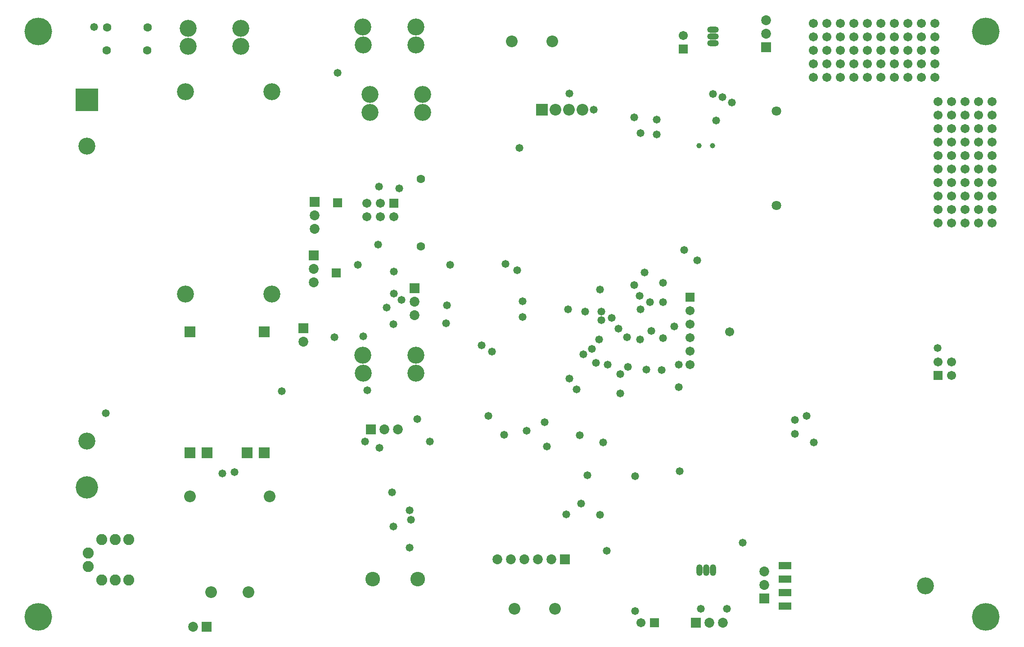
<source format=gbs>
%FSTAX23Y23*%
%MOIN*%
%SFA1B1*%

%IPPOS*%
%ADD106C,0.165480*%
%ADD114C,0.067055*%
%ADD115R,0.073000X0.073000*%
%ADD116C,0.073000*%
%ADD117R,0.067055X0.067055*%
%ADD118C,0.126110*%
%ADD119C,0.086740*%
%ADD120R,0.086740X0.086740*%
%ADD121O,0.086740X0.047370*%
%ADD122O,0.086740X0.047370*%
%ADD123C,0.082000*%
%ADD124R,0.165480X0.165480*%
%ADD125C,0.126110*%
%ADD126C,0.086740*%
%ADD127C,0.063118*%
%ADD128C,0.039496*%
%ADD129R,0.067055X0.067055*%
%ADD130C,0.108000*%
%ADD131R,0.078866X0.078866*%
%ADD132R,0.093000X0.055201*%
%ADD133R,0.073000X0.073000*%
%ADD134C,0.204850*%
%ADD135O,0.047370X0.086740*%
%ADD136O,0.047370X0.086740*%
%ADD137C,0.070992*%
%ADD138C,0.058000*%
%LNsolarpcb-1*%
%LPD*%
G54D106*
X0056Y01163D03*
G54D114*
X06865Y0312D03*
Y0322D03*
Y0332D03*
Y0342D03*
Y0352D03*
Y0362D03*
Y0372D03*
Y0382D03*
Y0392D03*
Y0402D03*
X06965D03*
Y0392D03*
Y0382D03*
Y0372D03*
Y0362D03*
Y0352D03*
Y0342D03*
Y0332D03*
Y0322D03*
Y0312D03*
X07065D03*
Y0322D03*
Y0332D03*
Y0342D03*
Y0352D03*
Y0362D03*
Y0372D03*
Y0382D03*
Y0392D03*
Y0402D03*
X07165D03*
Y0392D03*
Y0382D03*
Y0372D03*
Y0362D03*
Y0352D03*
Y0342D03*
Y0332D03*
Y0322D03*
Y0312D03*
X07265D03*
Y0322D03*
Y0332D03*
Y0342D03*
Y0352D03*
Y0362D03*
Y0372D03*
Y0382D03*
Y0392D03*
Y0402D03*
X05027Y0207D03*
Y0217D03*
Y0227D03*
Y0237D03*
Y0247D03*
X04976Y04512D03*
X06865Y0209D03*
X06965Y0199D03*
Y0209D03*
X02634Y03168D03*
Y03268D03*
X02734Y03168D03*
Y03268D03*
X02834Y03168D03*
X0532Y02315D03*
X0684Y042D03*
X0674D03*
X0664D03*
X0654D03*
X0644D03*
X0634D03*
X0624D03*
X0614D03*
X0604D03*
X0594D03*
Y043D03*
X0604D03*
X0614D03*
X0624D03*
X0634D03*
X0644D03*
X0654D03*
X0664D03*
X0674D03*
X0684D03*
Y044D03*
X0674D03*
X0664D03*
X0654D03*
X0644D03*
X0634D03*
X0624D03*
X0614D03*
X0604D03*
X0594D03*
Y045D03*
X0604D03*
X0614D03*
X0624D03*
X0634D03*
X0644D03*
X0654D03*
X0664D03*
X0674D03*
X0684D03*
Y046D03*
X0674D03*
X0664D03*
X0654D03*
X0644D03*
X0634D03*
X0624D03*
X0614D03*
X0604D03*
X0594D03*
X04663Y00157D03*
G54D115*
X04099Y00629D03*
X01447Y00129D03*
X05072Y00159D03*
X02664Y0159D03*
G54D116*
X03999Y00629D03*
X03899D03*
X03799D03*
X03699D03*
X03599D03*
X01347Y00129D03*
X05576Y00539D03*
Y00439D03*
X05272Y00159D03*
X05172D03*
X05592Y04626D03*
Y04526D03*
X02241Y02782D03*
Y02682D03*
X02246Y03177D03*
Y03077D03*
X02986Y02537D03*
Y02437D03*
X02764Y0159D03*
X02864D03*
X02165Y0224D03*
G54D117*
X05027Y0257D03*
X04976Y04412D03*
X02406Y02752D03*
G54D118*
X0129Y02594D03*
Y04094D03*
X0193Y02594D03*
Y04094D03*
X06769Y00431D03*
G54D119*
X04229Y0396D03*
X04129D03*
X04029D03*
G54D120*
X03929Y0396D03*
G54D121*
X05196Y04554D03*
G54D122*
X05196Y04504D03*
Y04454D03*
G54D123*
X0057Y00674D03*
Y00574D03*
X0067Y00474D03*
X0077D03*
X0087D03*
X0077Y00774D03*
X0087D03*
X0067D03*
G54D124*
X0056Y04034D03*
G54D125*
X0056Y03693D03*
Y01504D03*
X02657Y0394D03*
X03047D03*
X02656Y04074D03*
X03047D03*
X02606Y02007D03*
X02996D03*
X02605Y02141D03*
X02996D03*
Y04574D03*
X02605D03*
X02996Y0444D03*
X02606D03*
X017Y04566D03*
X0131D03*
X017Y04433D03*
X01311D03*
G54D126*
X01758Y00385D03*
X01482D03*
X01915Y01094D03*
X01325D03*
X03727Y00263D03*
X04027D03*
X03707Y04468D03*
X04007D03*
G54D127*
X00712Y0457D03*
X01012D03*
X03034Y03447D03*
Y02947D03*
X01008Y04401D03*
X00708D03*
G54D128*
X05193Y03696D03*
X05093D03*
G54D129*
X06865Y0199D03*
X02834Y03268D03*
X02418Y0327D03*
X04763Y00157D03*
G54D130*
X02677Y0048D03*
X03011D03*
G54D131*
X01451Y01417D03*
X01747D03*
X01323D03*
X01875D03*
X01323Y02315D03*
X01875D03*
G54D132*
X05729Y00581D03*
Y00481D03*
Y00381D03*
Y00281D03*
G54D133*
X05576Y00339D03*
X05592Y04426D03*
X02241Y02882D03*
X02246Y03277D03*
X02986Y02637D03*
X02165Y0234D03*
G54D134*
X07217Y002D03*
Y04542D03*
X002D03*
Y002D03*
G54D135*
X05196Y00548D03*
G54D136*
X05146Y00548D03*
X05096D03*
G54D137*
X05668Y03952D03*
Y03252D03*
G54D138*
X04705Y02035D03*
X04818Y02031D03*
X02005Y01875D03*
X01565Y01265D03*
X04135Y0408D03*
X0282Y01125D03*
X0365Y0155D03*
X03818Y01582D03*
X04559Y02275D03*
X02834Y02763D03*
X03251Y02811D03*
X03661Y02818D03*
X05196Y04078D03*
X0522Y03881D03*
X03228Y02511D03*
X0322Y02377D03*
X03748Y02771D03*
X04251Y02464D03*
X04653Y02582D03*
X04826Y02677D03*
X02874Y03377D03*
X02724Y03393D03*
X03763Y03677D03*
X04692Y02755D03*
X05108Y00262D03*
X05301D03*
X05803Y01661D03*
Y01559D03*
X05944Y01496D03*
X04314Y0396D03*
X02831Y0087D03*
X02952Y00716D03*
X04267Y01251D03*
X04222Y01041D03*
X04209Y01548D03*
X03952Y01645D03*
X03535Y01692D03*
X04779Y03779D03*
Y03889D03*
X02716Y0296D03*
X04945Y0207D03*
X03968Y01464D03*
X02952Y00992D03*
X05417Y00752D03*
X02779Y02496D03*
X02417Y04236D03*
X04619Y00244D03*
Y01246D03*
X04511Y01858D03*
X02889Y02551D03*
X03102Y01503D03*
X02637Y01881D03*
X04661Y03787D03*
X04614Y03905D03*
X04125Y0248D03*
X03787Y02543D03*
Y02425D03*
X04448Y02417D03*
X0437Y02401D03*
X03007Y01669D03*
X04944Y01905D03*
X04952Y01283D03*
X04409Y00692D03*
X04826Y02535D03*
X04732Y02535D03*
X0437Y02464D03*
X02393Y02275D03*
X02831Y0237D03*
X04614Y02661D03*
X04661Y0248D03*
X00614Y04574D03*
X04361Y00959D03*
X0411Y0096D03*
X03559Y02167D03*
X0296Y00921D03*
X04566Y02055D03*
X0474Y02322D03*
X04657Y02257D03*
X04826Y02267D03*
X02727Y01455D03*
X02622Y01503D03*
X04417Y0207D03*
X04133Y01968D03*
X04188Y01889D03*
X04511Y02D03*
X04496Y02338D03*
X04362Y02629D03*
X04984Y02921D03*
X02834Y02598D03*
X02566Y02811D03*
X05338Y04015D03*
X05268Y04055D03*
X04385Y01496D03*
X05889Y01692D03*
X0433Y02086D03*
X04236Y02149D03*
X04299Y02188D03*
X04354Y02259D03*
X0686Y02195D03*
X01655Y01275D03*
X02606Y02283D03*
X03485Y02215D03*
X0491Y02356D03*
X05079Y02845D03*
X007Y0171D03*
M02*
</source>
